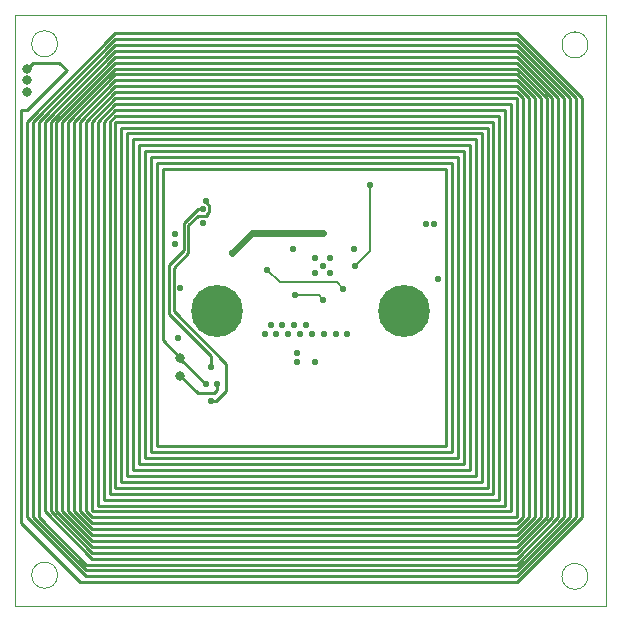
<source format=gbr>
%TF.GenerationSoftware,KiCad,Pcbnew,(5.1.4)-1*%
%TF.CreationDate,2019-10-27T14:01:39-07:00*%
%TF.ProjectId,SolarCell+Y,536f6c61-7243-4656-9c6c-2b592e6b6963,rev?*%
%TF.SameCoordinates,Original*%
%TF.FileFunction,Copper,L5,Inr*%
%TF.FilePolarity,Positive*%
%FSLAX46Y46*%
G04 Gerber Fmt 4.6, Leading zero omitted, Abs format (unit mm)*
G04 Created by KiCad (PCBNEW (5.1.4)-1) date 2019-10-27 14:01:39*
%MOMM*%
%LPD*%
G04 APERTURE LIST*
%ADD10C,0.050000*%
%ADD11C,4.400000*%
%ADD12C,0.584200*%
%ADD13C,0.800000*%
%ADD14C,0.248920*%
%ADD15C,0.609600*%
%ADD16C,0.152400*%
%ADD17C,0.250000*%
G04 APERTURE END LIST*
D10*
X198500000Y-42500000D02*
G75*
G03X198500000Y-42500000I-1100000J0D01*
G01*
X198500000Y-87500000D02*
G75*
G03X198500000Y-87500000I-1100000J0D01*
G01*
X153600000Y-87400000D02*
G75*
G03X153600000Y-87400000I-1100000J0D01*
G01*
X200000000Y-40000000D02*
X150000000Y-40000000D01*
X200000000Y-90000000D02*
X200000000Y-40000000D01*
X150000000Y-90000000D02*
X200000000Y-90000000D01*
X150000000Y-40000000D02*
X150000000Y-90000000D01*
X153600000Y-42400000D02*
G75*
G03X153600000Y-42400000I-1100000J0D01*
G01*
D11*
X182937500Y-65000000D03*
X167062500Y-65000000D03*
D12*
X185483500Y-57658000D03*
X184785000Y-57658000D03*
X166624000Y-72644000D03*
X166149480Y-55716447D03*
X176702740Y-60577244D03*
X175432740Y-60577244D03*
X176702740Y-61821844D03*
X173545500Y-59817000D03*
X175425100Y-61846460D03*
X176032160Y-61239400D03*
X178653988Y-59811807D03*
X185801000Y-62357014D03*
X163957006Y-63055500D03*
X163830000Y-67310000D03*
X173863000Y-69342000D03*
X175387000Y-69342000D03*
X171132500Y-66992500D03*
X172132500Y-66992500D03*
X173132500Y-66992500D03*
X174132500Y-66992500D03*
X175132500Y-66992500D03*
X176132500Y-66992500D03*
X177132500Y-66992500D03*
X178132500Y-66992500D03*
X173640500Y-66230500D03*
X172640500Y-66230500D03*
X174640500Y-66230500D03*
X171640500Y-66230500D03*
X173863000Y-68580000D03*
X165925500Y-57594500D03*
X163573965Y-59346218D03*
X163565500Y-58485313D03*
X176042340Y-58392844D03*
X168338500Y-60134500D03*
X177800000Y-63182500D03*
X171323000Y-61531500D03*
X166624000Y-69786500D03*
X165915302Y-56388000D03*
X176085500Y-64071500D03*
X173723328Y-63677810D03*
X178811844Y-61186844D03*
X180086000Y-54356000D03*
D13*
X151000000Y-44500000D03*
X151000000Y-45500000D03*
X164000000Y-69000000D03*
X164000000Y-70500000D03*
X151000000Y-46500000D03*
D12*
X167132000Y-71247000D03*
X166179500Y-71247000D03*
D14*
X166149480Y-55817707D02*
X166149480Y-55716447D01*
X166458863Y-56648910D02*
X166458863Y-56127090D01*
X165481000Y-56959500D02*
X166243000Y-56959500D01*
X164667322Y-60146322D02*
X164667322Y-57773178D01*
X166195637Y-56912136D02*
X166458863Y-56648910D01*
X167037091Y-72644000D02*
X167894000Y-71787091D01*
X164667322Y-57773178D02*
X165481000Y-56959500D01*
X166624000Y-72644000D02*
X167037091Y-72644000D01*
X166458863Y-56127090D02*
X166149480Y-55817707D01*
X167894000Y-71787091D02*
X167894000Y-69532500D01*
X167894000Y-69532500D02*
X163413433Y-65051933D01*
X166243000Y-56959500D02*
X166195637Y-56912136D01*
X163413433Y-65051933D02*
X163413433Y-61400211D01*
X163413433Y-61400211D02*
X164667322Y-60146322D01*
D15*
X168630599Y-59842401D02*
X168338500Y-60134500D01*
X176042340Y-58392844D02*
X170080156Y-58392844D01*
X170080156Y-58392844D02*
X168630599Y-59842401D01*
D16*
X177228500Y-62611000D02*
X177800000Y-63182500D01*
X171323000Y-61531500D02*
X172402500Y-62611000D01*
X172402500Y-62611000D02*
X177228500Y-62611000D01*
D14*
X165502211Y-56388000D02*
X165915302Y-56388000D01*
X166624000Y-68834000D02*
X163037512Y-65247512D01*
X166624000Y-69786500D02*
X166624000Y-68834000D01*
X163037512Y-65247512D02*
X163037512Y-61157342D01*
X163037512Y-61157342D02*
X164291391Y-59903463D01*
X164291391Y-59903463D02*
X164291392Y-57598819D01*
X164291392Y-57598819D02*
X165502211Y-56388000D01*
D16*
X175691810Y-63677810D02*
X176085500Y-64071500D01*
X173723328Y-63677810D02*
X175691810Y-63677810D01*
X180086000Y-54769091D02*
X180086000Y-54356000D01*
X178811844Y-61186844D02*
X180086000Y-59912688D01*
X180086000Y-59912688D02*
X180086000Y-54769091D01*
D17*
X153728000Y-44000000D02*
X151500000Y-44000000D01*
X150500000Y-48000000D02*
X151000000Y-48000000D01*
X150500000Y-83000000D02*
X150500000Y-48000000D01*
X192500000Y-88000000D02*
X155500000Y-88000000D01*
X198000000Y-82500000D02*
X192500000Y-88000000D01*
X198000000Y-47000000D02*
X198000000Y-82500000D01*
X192500000Y-41500000D02*
X198000000Y-47000000D01*
X158500000Y-41500000D02*
X192500000Y-41500000D01*
X151000000Y-49000000D02*
X158500000Y-41500000D01*
X156000000Y-87500000D02*
X151000000Y-82500000D01*
X197500000Y-82500000D02*
X192500000Y-87500000D01*
X197500000Y-47000000D02*
X197500000Y-82500000D01*
X192500000Y-42000000D02*
X197500000Y-47000000D01*
X151500000Y-82500000D02*
X151500000Y-49000000D01*
X192500000Y-87000000D02*
X156000000Y-87000000D01*
X197000000Y-82500000D02*
X192500000Y-87000000D01*
X192500000Y-42500000D02*
X197000000Y-47000000D01*
X152000000Y-82500000D02*
X152000000Y-49000000D01*
X156000000Y-86500000D02*
X152000000Y-82500000D01*
X192500000Y-86500000D02*
X156000000Y-86500000D01*
X196500000Y-82500000D02*
X192500000Y-86500000D01*
X196500000Y-47000000D02*
X196500000Y-82500000D01*
X192500000Y-43000000D02*
X196500000Y-47000000D01*
X158500000Y-43000000D02*
X192500000Y-43000000D01*
X152500000Y-49000000D02*
X158500000Y-43000000D01*
X152500000Y-82000000D02*
X152500000Y-49000000D01*
X156500000Y-86000000D02*
X152500000Y-82000000D01*
X192500000Y-86000000D02*
X156500000Y-86000000D01*
X196000000Y-82500000D02*
X192500000Y-86000000D01*
X196000000Y-47000000D02*
X196000000Y-82500000D01*
X192500000Y-43500000D02*
X196000000Y-47000000D01*
X158500000Y-43500000D02*
X192500000Y-43500000D01*
X153000000Y-49000000D02*
X158500000Y-43500000D01*
X153000000Y-82000000D02*
X153000000Y-49000000D01*
X192500000Y-85500000D02*
X156500000Y-85500000D01*
X195500000Y-82500000D02*
X192500000Y-85500000D01*
X195500000Y-47000000D02*
X195500000Y-82500000D01*
X192500000Y-44000000D02*
X195500000Y-47000000D01*
X158500000Y-44000000D02*
X192500000Y-44000000D01*
X153500000Y-49000000D02*
X158500000Y-44000000D01*
X153500000Y-82000000D02*
X153500000Y-49000000D01*
X156500000Y-85000000D02*
X153500000Y-82000000D01*
X192500000Y-85000000D02*
X156500000Y-85000000D01*
X195000000Y-82500000D02*
X192500000Y-85000000D01*
X195000000Y-47000000D02*
X195000000Y-82500000D01*
X192500000Y-44500000D02*
X195000000Y-47000000D01*
X158500000Y-44500000D02*
X192500000Y-44500000D01*
X154000000Y-49000000D02*
X158500000Y-44500000D01*
X154000000Y-82000000D02*
X154000000Y-49000000D01*
X156500000Y-84500000D02*
X154000000Y-82000000D01*
X192500000Y-84500000D02*
X156500000Y-84500000D01*
X194500000Y-82500000D02*
X192500000Y-84500000D01*
X194500000Y-47000000D02*
X194500000Y-82500000D01*
X192500000Y-45000000D02*
X194500000Y-47000000D01*
X158500000Y-45000000D02*
X192500000Y-45000000D01*
X154500000Y-49000000D02*
X158500000Y-45000000D01*
X154500000Y-82000000D02*
X154500000Y-49000000D01*
X156500000Y-84000000D02*
X154500000Y-82000000D01*
X192500000Y-84000000D02*
X156500000Y-84000000D01*
X194000000Y-82500000D02*
X192500000Y-84000000D01*
X194000000Y-47000000D02*
X194000000Y-82500000D01*
X190500000Y-49000000D02*
X190500000Y-80500000D01*
X158500000Y-49000000D02*
X190500000Y-49000000D01*
X157500000Y-81000000D02*
X157500000Y-49000000D01*
X158500000Y-80000000D02*
X158500000Y-49000000D01*
X190000000Y-80000000D02*
X158500000Y-80000000D01*
X191000000Y-81000000D02*
X157500000Y-81000000D01*
X190000000Y-49500000D02*
X190000000Y-80000000D01*
X159000000Y-49500000D02*
X190000000Y-49500000D01*
X156500000Y-82500000D02*
X156000000Y-82000000D01*
X159000000Y-79500000D02*
X159000000Y-49500000D01*
X156000000Y-82000000D02*
X156000000Y-49000000D01*
X151500000Y-44000000D02*
X151000000Y-44500000D01*
X159500000Y-50000000D02*
X189500000Y-50000000D01*
X155000000Y-49000000D02*
X158500000Y-45500000D01*
X158500000Y-42000000D02*
X192500000Y-42000000D01*
X159500000Y-79000000D02*
X159500000Y-50000000D01*
X155000000Y-82000000D02*
X155000000Y-49000000D01*
X189000000Y-79000000D02*
X159500000Y-79000000D01*
X189000000Y-50500000D02*
X189000000Y-79000000D01*
X160000000Y-78500000D02*
X160000000Y-50500000D01*
X157500000Y-49000000D02*
X158500000Y-48000000D01*
X156500000Y-85500000D02*
X153000000Y-82000000D01*
X160500000Y-51000000D02*
X188500000Y-51000000D01*
X192000000Y-82000000D02*
X156500000Y-82000000D01*
X151000000Y-82500000D02*
X151000000Y-49000000D01*
X160500000Y-78000000D02*
X160500000Y-51000000D01*
X156500000Y-49000000D02*
X158500000Y-47000000D01*
X189500000Y-79500000D02*
X159000000Y-79500000D01*
X191500000Y-81500000D02*
X157000000Y-81500000D01*
X188000000Y-78000000D02*
X160500000Y-78000000D01*
X162000000Y-76500000D02*
X162000000Y-52500000D01*
X192500000Y-83500000D02*
X156500000Y-83500000D01*
X152000000Y-49000000D02*
X158500000Y-42500000D01*
X156500000Y-83000000D02*
X155500000Y-82000000D01*
X189500000Y-50000000D02*
X189500000Y-79500000D01*
X186500000Y-76500000D02*
X162000000Y-76500000D01*
X186500000Y-53000000D02*
X186500000Y-76500000D01*
X192500000Y-87500000D02*
X156000000Y-87500000D01*
X162500000Y-53000000D02*
X186500000Y-53000000D01*
X157000000Y-49000000D02*
X158500000Y-47500000D01*
X156000000Y-87000000D02*
X151500000Y-82500000D01*
X164000000Y-69000000D02*
X162500000Y-67500000D01*
X157000000Y-81500000D02*
X157000000Y-49000000D01*
X162000000Y-52500000D02*
X187000000Y-52500000D01*
X187000000Y-77000000D02*
X161500000Y-77000000D01*
X158500000Y-42500000D02*
X192500000Y-42500000D01*
X187000000Y-52500000D02*
X187000000Y-77000000D01*
X155500000Y-49000000D02*
X158500000Y-46000000D01*
X151500000Y-49000000D02*
X158500000Y-42000000D01*
X188500000Y-51000000D02*
X188500000Y-78500000D01*
X193500000Y-47000000D02*
X193500000Y-82500000D01*
X161500000Y-77000000D02*
X161500000Y-52000000D01*
X154364000Y-44636000D02*
X153728000Y-44000000D01*
X187500000Y-52000000D02*
X187500000Y-77500000D01*
X158500000Y-46500000D02*
X192500000Y-46500000D01*
X151000000Y-48000000D02*
X154364000Y-44636000D01*
X160000000Y-50500000D02*
X189000000Y-50500000D01*
X156500000Y-82000000D02*
X156500000Y-49000000D01*
X161500000Y-52000000D02*
X187500000Y-52000000D01*
X158500000Y-47000000D02*
X192500000Y-47000000D01*
X187500000Y-77500000D02*
X161000000Y-77500000D01*
X197000000Y-47000000D02*
X197000000Y-82500000D01*
X161000000Y-77500000D02*
X161000000Y-51500000D01*
X191000000Y-48500000D02*
X191000000Y-81000000D01*
X161000000Y-51500000D02*
X188000000Y-51500000D01*
X155500000Y-88000000D02*
X150500000Y-83000000D01*
X188500000Y-78500000D02*
X160000000Y-78500000D01*
X193000000Y-82500000D02*
X192500000Y-83000000D01*
X188000000Y-51500000D02*
X188000000Y-78000000D01*
X192500000Y-47000000D02*
X192500000Y-82500000D01*
X190500000Y-80500000D02*
X158000000Y-80500000D01*
X193500000Y-82500000D02*
X192500000Y-83500000D01*
X158000000Y-80500000D02*
X158000000Y-49000000D01*
X158000000Y-49000000D02*
X158500000Y-48500000D01*
X158500000Y-48500000D02*
X191000000Y-48500000D01*
X158500000Y-48000000D02*
X191500000Y-48000000D01*
X191500000Y-48000000D02*
X191500000Y-81500000D01*
X158500000Y-47500000D02*
X192000000Y-47500000D01*
X192000000Y-47500000D02*
X192000000Y-82000000D01*
X192500000Y-82500000D02*
X156500000Y-82500000D01*
X156000000Y-49000000D02*
X158500000Y-46500000D01*
X192500000Y-46500000D02*
X193000000Y-47000000D01*
X193000000Y-47000000D02*
X193000000Y-82500000D01*
X192500000Y-83000000D02*
X156500000Y-83000000D01*
X155500000Y-82000000D02*
X155500000Y-49000000D01*
X158500000Y-46000000D02*
X192500000Y-46000000D01*
X192500000Y-46000000D02*
X193500000Y-47000000D01*
X156500000Y-83500000D02*
X155000000Y-82000000D01*
X158500000Y-45500000D02*
X192500000Y-45500000D01*
X192500000Y-45500000D02*
X194000000Y-47000000D01*
X162500000Y-67500000D02*
X162500000Y-53000000D01*
D14*
X164000000Y-69067500D02*
X164000000Y-69000000D01*
X166179500Y-71247000D02*
X164000000Y-69067500D01*
X167132000Y-71755000D02*
X167132000Y-71247000D01*
X166878000Y-72009000D02*
X167132000Y-71755000D01*
X164000000Y-70500000D02*
X165509000Y-72009000D01*
X165509000Y-72009000D02*
X166878000Y-72009000D01*
M02*

</source>
